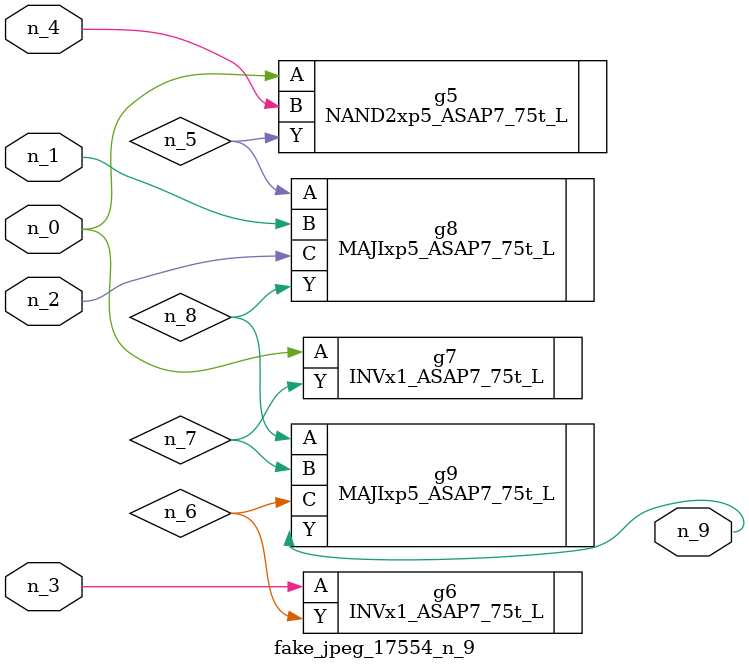
<source format=v>
module fake_jpeg_17554_n_9 (n_3, n_2, n_1, n_0, n_4, n_9);

input n_3;
input n_2;
input n_1;
input n_0;
input n_4;

output n_9;

wire n_8;
wire n_6;
wire n_5;
wire n_7;

NAND2xp5_ASAP7_75t_L g5 ( 
.A(n_0),
.B(n_4),
.Y(n_5)
);

INVx1_ASAP7_75t_L g6 ( 
.A(n_3),
.Y(n_6)
);

INVx1_ASAP7_75t_L g7 ( 
.A(n_0),
.Y(n_7)
);

MAJIxp5_ASAP7_75t_L g8 ( 
.A(n_5),
.B(n_1),
.C(n_2),
.Y(n_8)
);

MAJIxp5_ASAP7_75t_L g9 ( 
.A(n_8),
.B(n_7),
.C(n_6),
.Y(n_9)
);


endmodule
</source>
